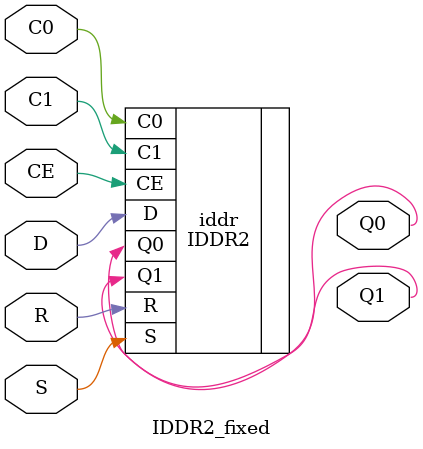
<source format=v>
module IDDR2_fixed #(
	parameter DDR_ALIGNMENT = "C0",
	parameter INIT_Q0 = 1'b0,
	parameter INIT_Q1 = 1'b0,
	parameter SRTYPE = "ASYNC"
)(
	input D,
	input C0,
	input C1,
	input CE,
	input R,
	input S,
	output Q1,
	output Q0
);

//wire Q_ff;
/*


//////////////////////////////////
flip_flop_d ffD(
	.D(Q_ff),
	.clk(C0),
	.ce(CE),
	.reset(R),
	.set(S),
	.Q(Q1)
);

flip_flop_d ffD_a(
	.D(D),
	.clk(C0),
	.ce(CE),
	.reset(R),
	.set(S),
	.Q(Q0)
);

flip_flop_d ffD_b(
	.D(D),
	.clk(C1),
	.ce(CE),
	.reset(R),
	.set(S),
	.Q(Q_ff)
);

*/
/*
flip_flop_d ffD(
	.D(Q_ff),
	.clk(C0),
	.ce(CE),
	.reset(R),
	.set(S),
	.Q(Q1)
);
*/
IDDR2 #(
	.DDR_ALIGNMENT(DDR_ALIGNMENT),
	.INIT_Q0(INIT_Q0),
	.INIT_Q1(INIT_Q1),
	.SRTYPE(SRTYPE)
) iddr (
	.Q0(Q0),
	.Q1(Q1),
	.C0(C0),
	.C1(C1),
	.CE(CE),
	.D(D),
	.R(R),
	.S(S)
);

endmodule

</source>
